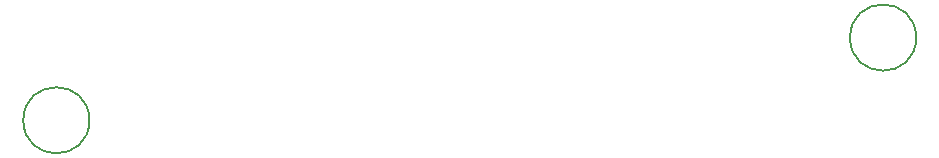
<source format=gbr>
G04 #@! TF.GenerationSoftware,KiCad,Pcbnew,no-vcs-found-104b606~61~ubuntu16.04.1*
G04 #@! TF.CreationDate,2018-02-16T14:36:21-05:00*
G04 #@! TF.ProjectId,D21_2550,4432315F323535302E6B696361645F70,rev?*
G04 #@! TF.SameCoordinates,Original*
G04 #@! TF.FileFunction,Other,Comment*
%FSLAX46Y46*%
G04 Gerber Fmt 4.6, Leading zero omitted, Abs format (unit mm)*
G04 Created by KiCad (PCBNEW no-vcs-found-104b606~61~ubuntu16.04.1) date Fri Feb 16 14:36:21 2018*
%MOMM*%
%LPD*%
G01*
G04 APERTURE LIST*
%ADD10C,0.150000*%
G04 APERTURE END LIST*
D10*
X101800000Y-131000000D02*
G75*
G03X101800000Y-131000000I-2800000J0D01*
G01*
X171800000Y-124000000D02*
G75*
G03X171800000Y-124000000I-2800000J0D01*
G01*
M02*

</source>
